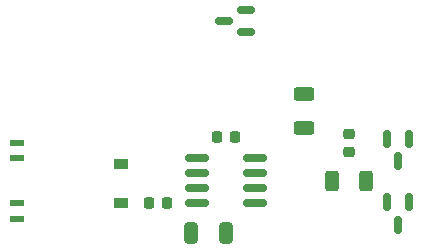
<source format=gbr>
%TF.GenerationSoftware,KiCad,Pcbnew,6.0.2+dfsg-1*%
%TF.CreationDate,2023-06-12T22:10:06+04:00*%
%TF.ProjectId,signal_generator,7369676e-616c-45f6-9765-6e657261746f,rev?*%
%TF.SameCoordinates,Original*%
%TF.FileFunction,Paste,Bot*%
%TF.FilePolarity,Positive*%
%FSLAX46Y46*%
G04 Gerber Fmt 4.6, Leading zero omitted, Abs format (unit mm)*
G04 Created by KiCad (PCBNEW 6.0.2+dfsg-1) date 2023-06-12 22:10:06*
%MOMM*%
%LPD*%
G01*
G04 APERTURE LIST*
G04 Aperture macros list*
%AMRoundRect*
0 Rectangle with rounded corners*
0 $1 Rounding radius*
0 $2 $3 $4 $5 $6 $7 $8 $9 X,Y pos of 4 corners*
0 Add a 4 corners polygon primitive as box body*
4,1,4,$2,$3,$4,$5,$6,$7,$8,$9,$2,$3,0*
0 Add four circle primitives for the rounded corners*
1,1,$1+$1,$2,$3*
1,1,$1+$1,$4,$5*
1,1,$1+$1,$6,$7*
1,1,$1+$1,$8,$9*
0 Add four rect primitives between the rounded corners*
20,1,$1+$1,$2,$3,$4,$5,0*
20,1,$1+$1,$4,$5,$6,$7,0*
20,1,$1+$1,$6,$7,$8,$9,0*
20,1,$1+$1,$8,$9,$2,$3,0*%
G04 Aperture macros list end*
%ADD10R,1.150000X0.600000*%
%ADD11RoundRect,0.225000X0.225000X0.250000X-0.225000X0.250000X-0.225000X-0.250000X0.225000X-0.250000X0*%
%ADD12R,1.200000X0.900000*%
%ADD13RoundRect,0.150000X-0.150000X0.587500X-0.150000X-0.587500X0.150000X-0.587500X0.150000X0.587500X0*%
%ADD14RoundRect,0.250000X-0.325000X-0.650000X0.325000X-0.650000X0.325000X0.650000X-0.325000X0.650000X0*%
%ADD15RoundRect,0.150000X0.825000X0.150000X-0.825000X0.150000X-0.825000X-0.150000X0.825000X-0.150000X0*%
%ADD16RoundRect,0.225000X0.250000X-0.225000X0.250000X0.225000X-0.250000X0.225000X-0.250000X-0.225000X0*%
%ADD17RoundRect,0.150000X0.587500X0.150000X-0.587500X0.150000X-0.587500X-0.150000X0.587500X-0.150000X0*%
%ADD18RoundRect,0.225000X-0.225000X-0.250000X0.225000X-0.250000X0.225000X0.250000X-0.225000X0.250000X0*%
%ADD19RoundRect,0.250000X0.625000X-0.312500X0.625000X0.312500X-0.625000X0.312500X-0.625000X-0.312500X0*%
%ADD20RoundRect,0.250000X-0.312500X-0.625000X0.312500X-0.625000X0.312500X0.625000X-0.312500X0.625000X0*%
G04 APERTURE END LIST*
D10*
%TO.C,J1*%
X67210000Y-100700000D03*
X67210000Y-107100000D03*
X67210000Y-101980000D03*
X67210000Y-105790000D03*
%TD*%
D11*
%TO.C,C3*%
X85700000Y-100200000D03*
X84150000Y-100200000D03*
%TD*%
D12*
%TO.C,D1*%
X76000000Y-102500000D03*
X76000000Y-105800000D03*
%TD*%
D13*
%TO.C,Q2*%
X98550000Y-105725000D03*
X100450000Y-105725000D03*
X99500000Y-107600000D03*
%TD*%
D14*
%TO.C,C1*%
X81975000Y-108350000D03*
X84925000Y-108350000D03*
%TD*%
D15*
%TO.C,U1*%
X87375000Y-101995000D03*
X87375000Y-103265000D03*
X87375000Y-104535000D03*
X87375000Y-105805000D03*
X82425000Y-105805000D03*
X82425000Y-104535000D03*
X82425000Y-103265000D03*
X82425000Y-101995000D03*
%TD*%
D13*
%TO.C,Q1*%
X98550000Y-100325000D03*
X100450000Y-100325000D03*
X99500000Y-102200000D03*
%TD*%
D16*
%TO.C,C4*%
X95300000Y-101475000D03*
X95300000Y-99925000D03*
%TD*%
D17*
%TO.C,Q3*%
X86637500Y-89400000D03*
X86637500Y-91300000D03*
X84762500Y-90350000D03*
%TD*%
D18*
%TO.C,C2*%
X78375000Y-105800000D03*
X79925000Y-105800000D03*
%TD*%
D19*
%TO.C,R2*%
X91550000Y-99462500D03*
X91550000Y-96537500D03*
%TD*%
D20*
%TO.C,R1*%
X93850000Y-103900000D03*
X96775000Y-103900000D03*
%TD*%
M02*

</source>
